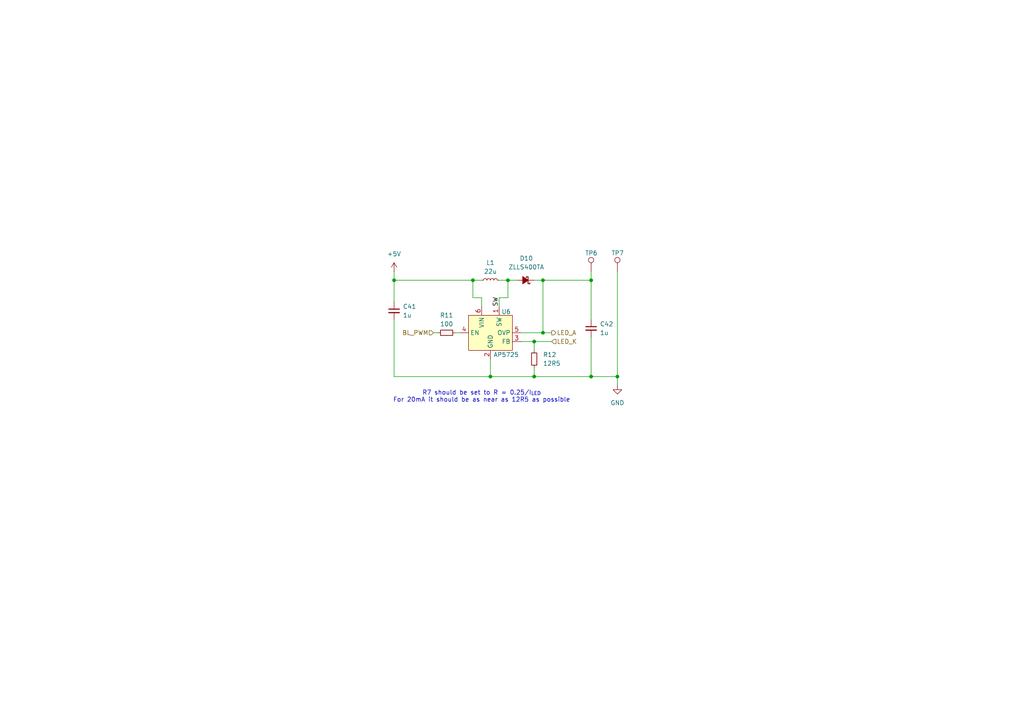
<source format=kicad_sch>
(kicad_sch
	(version 20231120)
	(generator "eeschema")
	(generator_version "8.0")
	(uuid "63e3a659-9768-4c77-aa23-9d87da9e7063")
	(paper "A4")
	(title_block
		(title "Backlight Driver")
		(date "2024-03-11")
		(rev "1")
		(company "https://github.com/Cuprum77")
	)
	(lib_symbols
		(symbol "AP5725:AP5725"
			(exclude_from_sim no)
			(in_bom yes)
			(on_board yes)
			(property "Reference" "U"
				(at 0 9.398 0)
				(effects
					(font
						(size 1.27 1.27)
					)
				)
			)
			(property "Value" "AP5725"
				(at 4.572 -6.604 0)
				(effects
					(font
						(size 1.27 1.27)
					)
				)
			)
			(property "Footprint" "Package_TO_SOT_SMD:SOT-23-6"
				(at -0.254 -13.97 0)
				(effects
					(font
						(size 1.27 1.27)
					)
				)
			)
			(property "Datasheet" ""
				(at 0 3.81 0)
				(effects
					(font
						(size 1.27 1.27)
					)
					(hide yes)
				)
			)
			(property "Description" ""
				(at 0 3.81 0)
				(effects
					(font
						(size 1.27 1.27)
					)
					(hide yes)
				)
			)
			(symbol "AP5725_1_1"
				(rectangle
					(start -6.35 5.08)
					(end 6.35 -5.08)
					(stroke
						(width 0)
						(type default)
					)
					(fill
						(type background)
					)
				)
				(pin input line
					(at 2.54 7.62 270)
					(length 2.54)
					(name "SW"
						(effects
							(font
								(size 1.27 1.27)
							)
						)
					)
					(number "1"
						(effects
							(font
								(size 1.27 1.27)
							)
						)
					)
				)
				(pin input line
					(at 0 -7.62 90)
					(length 2.54)
					(name "GND"
						(effects
							(font
								(size 1.27 1.27)
							)
						)
					)
					(number "2"
						(effects
							(font
								(size 1.27 1.27)
							)
						)
					)
				)
				(pin input line
					(at 8.89 -2.54 180)
					(length 2.54)
					(name "FB"
						(effects
							(font
								(size 1.27 1.27)
							)
						)
					)
					(number "3"
						(effects
							(font
								(size 1.27 1.27)
							)
						)
					)
				)
				(pin input line
					(at -8.89 0 0)
					(length 2.54)
					(name "EN"
						(effects
							(font
								(size 1.27 1.27)
							)
						)
					)
					(number "4"
						(effects
							(font
								(size 1.27 1.27)
							)
						)
					)
				)
				(pin input line
					(at 8.89 0 180)
					(length 2.54)
					(name "OVP"
						(effects
							(font
								(size 1.27 1.27)
							)
						)
					)
					(number "5"
						(effects
							(font
								(size 1.27 1.27)
							)
						)
					)
				)
				(pin input line
					(at -2.54 7.62 270)
					(length 2.54)
					(name "VIN"
						(effects
							(font
								(size 1.27 1.27)
							)
						)
					)
					(number "6"
						(effects
							(font
								(size 1.27 1.27)
							)
						)
					)
				)
			)
		)
		(symbol "Connector:TestPoint"
			(pin_numbers hide)
			(pin_names
				(offset 0.762) hide)
			(exclude_from_sim no)
			(in_bom yes)
			(on_board yes)
			(property "Reference" "TP"
				(at 0 6.858 0)
				(effects
					(font
						(size 1.27 1.27)
					)
				)
			)
			(property "Value" "TestPoint"
				(at 0 5.08 0)
				(effects
					(font
						(size 1.27 1.27)
					)
				)
			)
			(property "Footprint" ""
				(at 5.08 0 0)
				(effects
					(font
						(size 1.27 1.27)
					)
					(hide yes)
				)
			)
			(property "Datasheet" "~"
				(at 5.08 0 0)
				(effects
					(font
						(size 1.27 1.27)
					)
					(hide yes)
				)
			)
			(property "Description" "test point"
				(at 0 0 0)
				(effects
					(font
						(size 1.27 1.27)
					)
					(hide yes)
				)
			)
			(property "ki_keywords" "test point tp"
				(at 0 0 0)
				(effects
					(font
						(size 1.27 1.27)
					)
					(hide yes)
				)
			)
			(property "ki_fp_filters" "Pin* Test*"
				(at 0 0 0)
				(effects
					(font
						(size 1.27 1.27)
					)
					(hide yes)
				)
			)
			(symbol "TestPoint_0_1"
				(circle
					(center 0 3.302)
					(radius 0.762)
					(stroke
						(width 0)
						(type default)
					)
					(fill
						(type none)
					)
				)
			)
			(symbol "TestPoint_1_1"
				(pin passive line
					(at 0 0 90)
					(length 2.54)
					(name "1"
						(effects
							(font
								(size 1.27 1.27)
							)
						)
					)
					(number "1"
						(effects
							(font
								(size 1.27 1.27)
							)
						)
					)
				)
			)
		)
		(symbol "Device:C_Small"
			(pin_numbers hide)
			(pin_names
				(offset 0.254) hide)
			(exclude_from_sim no)
			(in_bom yes)
			(on_board yes)
			(property "Reference" "C"
				(at 0.254 1.778 0)
				(effects
					(font
						(size 1.27 1.27)
					)
					(justify left)
				)
			)
			(property "Value" "C_Small"
				(at 0.254 -2.032 0)
				(effects
					(font
						(size 1.27 1.27)
					)
					(justify left)
				)
			)
			(property "Footprint" ""
				(at 0 0 0)
				(effects
					(font
						(size 1.27 1.27)
					)
					(hide yes)
				)
			)
			(property "Datasheet" "~"
				(at 0 0 0)
				(effects
					(font
						(size 1.27 1.27)
					)
					(hide yes)
				)
			)
			(property "Description" "Unpolarized capacitor, small symbol"
				(at 0 0 0)
				(effects
					(font
						(size 1.27 1.27)
					)
					(hide yes)
				)
			)
			(property "ki_keywords" "capacitor cap"
				(at 0 0 0)
				(effects
					(font
						(size 1.27 1.27)
					)
					(hide yes)
				)
			)
			(property "ki_fp_filters" "C_*"
				(at 0 0 0)
				(effects
					(font
						(size 1.27 1.27)
					)
					(hide yes)
				)
			)
			(symbol "C_Small_0_1"
				(polyline
					(pts
						(xy -1.524 -0.508) (xy 1.524 -0.508)
					)
					(stroke
						(width 0.3302)
						(type default)
					)
					(fill
						(type none)
					)
				)
				(polyline
					(pts
						(xy -1.524 0.508) (xy 1.524 0.508)
					)
					(stroke
						(width 0.3048)
						(type default)
					)
					(fill
						(type none)
					)
				)
			)
			(symbol "C_Small_1_1"
				(pin passive line
					(at 0 2.54 270)
					(length 2.032)
					(name "~"
						(effects
							(font
								(size 1.27 1.27)
							)
						)
					)
					(number "1"
						(effects
							(font
								(size 1.27 1.27)
							)
						)
					)
				)
				(pin passive line
					(at 0 -2.54 90)
					(length 2.032)
					(name "~"
						(effects
							(font
								(size 1.27 1.27)
							)
						)
					)
					(number "2"
						(effects
							(font
								(size 1.27 1.27)
							)
						)
					)
				)
			)
		)
		(symbol "Device:D_Schottky_Small_Filled"
			(pin_numbers hide)
			(pin_names
				(offset 0.254) hide)
			(exclude_from_sim no)
			(in_bom yes)
			(on_board yes)
			(property "Reference" "D"
				(at -1.27 2.032 0)
				(effects
					(font
						(size 1.27 1.27)
					)
					(justify left)
				)
			)
			(property "Value" "D_Schottky_Small_Filled"
				(at -7.112 -2.032 0)
				(effects
					(font
						(size 1.27 1.27)
					)
					(justify left)
				)
			)
			(property "Footprint" ""
				(at 0 0 90)
				(effects
					(font
						(size 1.27 1.27)
					)
					(hide yes)
				)
			)
			(property "Datasheet" "~"
				(at 0 0 90)
				(effects
					(font
						(size 1.27 1.27)
					)
					(hide yes)
				)
			)
			(property "Description" "Schottky diode, small symbol, filled shape"
				(at 0 0 0)
				(effects
					(font
						(size 1.27 1.27)
					)
					(hide yes)
				)
			)
			(property "ki_keywords" "diode Schottky"
				(at 0 0 0)
				(effects
					(font
						(size 1.27 1.27)
					)
					(hide yes)
				)
			)
			(property "ki_fp_filters" "TO-???* *_Diode_* *SingleDiode* D_*"
				(at 0 0 0)
				(effects
					(font
						(size 1.27 1.27)
					)
					(hide yes)
				)
			)
			(symbol "D_Schottky_Small_Filled_0_1"
				(polyline
					(pts
						(xy -0.762 0) (xy 0.762 0)
					)
					(stroke
						(width 0)
						(type default)
					)
					(fill
						(type none)
					)
				)
				(polyline
					(pts
						(xy 0.762 -1.016) (xy -0.762 0) (xy 0.762 1.016) (xy 0.762 -1.016)
					)
					(stroke
						(width 0.254)
						(type default)
					)
					(fill
						(type outline)
					)
				)
				(polyline
					(pts
						(xy -1.27 0.762) (xy -1.27 1.016) (xy -0.762 1.016) (xy -0.762 -1.016) (xy -0.254 -1.016) (xy -0.254 -0.762)
					)
					(stroke
						(width 0.254)
						(type default)
					)
					(fill
						(type none)
					)
				)
			)
			(symbol "D_Schottky_Small_Filled_1_1"
				(pin passive line
					(at -2.54 0 0)
					(length 1.778)
					(name "K"
						(effects
							(font
								(size 1.27 1.27)
							)
						)
					)
					(number "1"
						(effects
							(font
								(size 1.27 1.27)
							)
						)
					)
				)
				(pin passive line
					(at 2.54 0 180)
					(length 1.778)
					(name "A"
						(effects
							(font
								(size 1.27 1.27)
							)
						)
					)
					(number "2"
						(effects
							(font
								(size 1.27 1.27)
							)
						)
					)
				)
			)
		)
		(symbol "Device:L_Small"
			(pin_numbers hide)
			(pin_names
				(offset 0.254) hide)
			(exclude_from_sim no)
			(in_bom yes)
			(on_board yes)
			(property "Reference" "L"
				(at 0.762 1.016 0)
				(effects
					(font
						(size 1.27 1.27)
					)
					(justify left)
				)
			)
			(property "Value" "L_Small"
				(at 0.762 -1.016 0)
				(effects
					(font
						(size 1.27 1.27)
					)
					(justify left)
				)
			)
			(property "Footprint" ""
				(at 0 0 0)
				(effects
					(font
						(size 1.27 1.27)
					)
					(hide yes)
				)
			)
			(property "Datasheet" "~"
				(at 0 0 0)
				(effects
					(font
						(size 1.27 1.27)
					)
					(hide yes)
				)
			)
			(property "Description" "Inductor, small symbol"
				(at 0 0 0)
				(effects
					(font
						(size 1.27 1.27)
					)
					(hide yes)
				)
			)
			(property "ki_keywords" "inductor choke coil reactor magnetic"
				(at 0 0 0)
				(effects
					(font
						(size 1.27 1.27)
					)
					(hide yes)
				)
			)
			(property "ki_fp_filters" "Choke_* *Coil* Inductor_* L_*"
				(at 0 0 0)
				(effects
					(font
						(size 1.27 1.27)
					)
					(hide yes)
				)
			)
			(symbol "L_Small_0_1"
				(arc
					(start 0 -2.032)
					(mid 0.5058 -1.524)
					(end 0 -1.016)
					(stroke
						(width 0)
						(type default)
					)
					(fill
						(type none)
					)
				)
				(arc
					(start 0 -1.016)
					(mid 0.5058 -0.508)
					(end 0 0)
					(stroke
						(width 0)
						(type default)
					)
					(fill
						(type none)
					)
				)
				(arc
					(start 0 0)
					(mid 0.5058 0.508)
					(end 0 1.016)
					(stroke
						(width 0)
						(type default)
					)
					(fill
						(type none)
					)
				)
				(arc
					(start 0 1.016)
					(mid 0.5058 1.524)
					(end 0 2.032)
					(stroke
						(width 0)
						(type default)
					)
					(fill
						(type none)
					)
				)
			)
			(symbol "L_Small_1_1"
				(pin passive line
					(at 0 2.54 270)
					(length 0.508)
					(name "~"
						(effects
							(font
								(size 1.27 1.27)
							)
						)
					)
					(number "1"
						(effects
							(font
								(size 1.27 1.27)
							)
						)
					)
				)
				(pin passive line
					(at 0 -2.54 90)
					(length 0.508)
					(name "~"
						(effects
							(font
								(size 1.27 1.27)
							)
						)
					)
					(number "2"
						(effects
							(font
								(size 1.27 1.27)
							)
						)
					)
				)
			)
		)
		(symbol "Device:R_Small"
			(pin_numbers hide)
			(pin_names
				(offset 0.254) hide)
			(exclude_from_sim no)
			(in_bom yes)
			(on_board yes)
			(property "Reference" "R"
				(at 0.762 0.508 0)
				(effects
					(font
						(size 1.27 1.27)
					)
					(justify left)
				)
			)
			(property "Value" "R_Small"
				(at 0.762 -1.016 0)
				(effects
					(font
						(size 1.27 1.27)
					)
					(justify left)
				)
			)
			(property "Footprint" ""
				(at 0 0 0)
				(effects
					(font
						(size 1.27 1.27)
					)
					(hide yes)
				)
			)
			(property "Datasheet" "~"
				(at 0 0 0)
				(effects
					(font
						(size 1.27 1.27)
					)
					(hide yes)
				)
			)
			(property "Description" "Resistor, small symbol"
				(at 0 0 0)
				(effects
					(font
						(size 1.27 1.27)
					)
					(hide yes)
				)
			)
			(property "ki_keywords" "R resistor"
				(at 0 0 0)
				(effects
					(font
						(size 1.27 1.27)
					)
					(hide yes)
				)
			)
			(property "ki_fp_filters" "R_*"
				(at 0 0 0)
				(effects
					(font
						(size 1.27 1.27)
					)
					(hide yes)
				)
			)
			(symbol "R_Small_0_1"
				(rectangle
					(start -0.762 1.778)
					(end 0.762 -1.778)
					(stroke
						(width 0.2032)
						(type default)
					)
					(fill
						(type none)
					)
				)
			)
			(symbol "R_Small_1_1"
				(pin passive line
					(at 0 2.54 270)
					(length 0.762)
					(name "~"
						(effects
							(font
								(size 1.27 1.27)
							)
						)
					)
					(number "1"
						(effects
							(font
								(size 1.27 1.27)
							)
						)
					)
				)
				(pin passive line
					(at 0 -2.54 90)
					(length 0.762)
					(name "~"
						(effects
							(font
								(size 1.27 1.27)
							)
						)
					)
					(number "2"
						(effects
							(font
								(size 1.27 1.27)
							)
						)
					)
				)
			)
		)
		(symbol "PCM_4ms_Power-symbol:GND"
			(power)
			(pin_names
				(offset 0)
			)
			(exclude_from_sim no)
			(in_bom yes)
			(on_board yes)
			(property "Reference" "#PWR"
				(at 0 -6.35 0)
				(effects
					(font
						(size 1.27 1.27)
					)
					(hide yes)
				)
			)
			(property "Value" "GND"
				(at 0 -3.81 0)
				(effects
					(font
						(size 1.27 1.27)
					)
				)
			)
			(property "Footprint" ""
				(at 0 0 0)
				(effects
					(font
						(size 1.27 1.27)
					)
					(hide yes)
				)
			)
			(property "Datasheet" ""
				(at 0 0 0)
				(effects
					(font
						(size 1.27 1.27)
					)
					(hide yes)
				)
			)
			(property "Description" ""
				(at 0 0 0)
				(effects
					(font
						(size 1.27 1.27)
					)
					(hide yes)
				)
			)
			(symbol "GND_0_1"
				(polyline
					(pts
						(xy 0 0) (xy 0 -1.27) (xy 1.27 -1.27) (xy 0 -2.54) (xy -1.27 -1.27) (xy 0 -1.27)
					)
					(stroke
						(width 0)
						(type default)
					)
					(fill
						(type none)
					)
				)
			)
			(symbol "GND_1_1"
				(pin power_in line
					(at 0 0 270)
					(length 0) hide
					(name "GND"
						(effects
							(font
								(size 1.27 1.27)
							)
						)
					)
					(number "1"
						(effects
							(font
								(size 1.27 1.27)
							)
						)
					)
				)
			)
		)
		(symbol "power:+5V"
			(power)
			(pin_numbers hide)
			(pin_names
				(offset 0) hide)
			(exclude_from_sim no)
			(in_bom yes)
			(on_board yes)
			(property "Reference" "#PWR"
				(at 0 -3.81 0)
				(effects
					(font
						(size 1.27 1.27)
					)
					(hide yes)
				)
			)
			(property "Value" "+5V"
				(at 0 3.556 0)
				(effects
					(font
						(size 1.27 1.27)
					)
				)
			)
			(property "Footprint" ""
				(at 0 0 0)
				(effects
					(font
						(size 1.27 1.27)
					)
					(hide yes)
				)
			)
			(property "Datasheet" ""
				(at 0 0 0)
				(effects
					(font
						(size 1.27 1.27)
					)
					(hide yes)
				)
			)
			(property "Description" "Power symbol creates a global label with name \"+5V\""
				(at 0 0 0)
				(effects
					(font
						(size 1.27 1.27)
					)
					(hide yes)
				)
			)
			(property "ki_keywords" "global power"
				(at 0 0 0)
				(effects
					(font
						(size 1.27 1.27)
					)
					(hide yes)
				)
			)
			(symbol "+5V_0_1"
				(polyline
					(pts
						(xy -0.762 1.27) (xy 0 2.54)
					)
					(stroke
						(width 0)
						(type default)
					)
					(fill
						(type none)
					)
				)
				(polyline
					(pts
						(xy 0 0) (xy 0 2.54)
					)
					(stroke
						(width 0)
						(type default)
					)
					(fill
						(type none)
					)
				)
				(polyline
					(pts
						(xy 0 2.54) (xy 0.762 1.27)
					)
					(stroke
						(width 0)
						(type default)
					)
					(fill
						(type none)
					)
				)
			)
			(symbol "+5V_1_1"
				(pin power_in line
					(at 0 0 90)
					(length 0)
					(name "~"
						(effects
							(font
								(size 1.27 1.27)
							)
						)
					)
					(number "1"
						(effects
							(font
								(size 1.27 1.27)
							)
						)
					)
				)
			)
		)
	)
	(junction
		(at 114.3 81.28)
		(diameter 0)
		(color 0 0 0 0)
		(uuid "1513c9ae-922b-4d6f-8b97-11b62d0d4c0d")
	)
	(junction
		(at 157.48 81.28)
		(diameter 0)
		(color 0 0 0 0)
		(uuid "230d09a8-5c0a-4f60-a09f-ff7556adc2ab")
	)
	(junction
		(at 154.94 109.22)
		(diameter 0)
		(color 0 0 0 0)
		(uuid "5cf6068b-d528-41eb-adf3-dcefec4a5757")
	)
	(junction
		(at 171.45 109.22)
		(diameter 0)
		(color 0 0 0 0)
		(uuid "69859819-e2de-486e-8d26-6e82c36b2e6b")
	)
	(junction
		(at 179.07 109.22)
		(diameter 0)
		(color 0 0 0 0)
		(uuid "93142d49-b15d-4a0c-9d80-908e542c9d04")
	)
	(junction
		(at 157.48 96.52)
		(diameter 0)
		(color 0 0 0 0)
		(uuid "949534c2-5a04-4537-8086-35bc55d5e65e")
	)
	(junction
		(at 147.32 81.28)
		(diameter 0)
		(color 0 0 0 0)
		(uuid "b193d46e-d50c-4cb8-9681-dea5843fe23a")
	)
	(junction
		(at 171.45 81.28)
		(diameter 0)
		(color 0 0 0 0)
		(uuid "b7c79b63-8601-47a6-a035-40760ef0732c")
	)
	(junction
		(at 154.94 99.06)
		(diameter 0)
		(color 0 0 0 0)
		(uuid "bd2e2e28-2e03-414f-907b-668cb4ca3582")
	)
	(junction
		(at 142.24 109.22)
		(diameter 0)
		(color 0 0 0 0)
		(uuid "dc939f5d-79a7-49ee-ab4d-c7ef86524887")
	)
	(junction
		(at 137.16 81.28)
		(diameter 0)
		(color 0 0 0 0)
		(uuid "e5c80ec2-2e0a-42fe-8d6f-616772acd164")
	)
	(wire
		(pts
			(xy 114.3 81.28) (xy 137.16 81.28)
		)
		(stroke
			(width 0)
			(type default)
		)
		(uuid "036b8537-42c6-4a31-9843-9230d6835b43")
	)
	(wire
		(pts
			(xy 144.78 81.28) (xy 147.32 81.28)
		)
		(stroke
			(width 0)
			(type default)
		)
		(uuid "0d3e56fe-7331-4dbe-bd79-89184f891965")
	)
	(wire
		(pts
			(xy 147.32 81.28) (xy 149.86 81.28)
		)
		(stroke
			(width 0)
			(type default)
		)
		(uuid "214e961e-9e23-4518-969b-6416295bcc5a")
	)
	(wire
		(pts
			(xy 157.48 81.28) (xy 154.94 81.28)
		)
		(stroke
			(width 0)
			(type default)
		)
		(uuid "27ca9590-ef0e-4a30-9a6e-5fcb11b4b033")
	)
	(wire
		(pts
			(xy 142.24 109.22) (xy 154.94 109.22)
		)
		(stroke
			(width 0)
			(type default)
		)
		(uuid "2adfa350-a7d1-4146-bda2-954c0b74756e")
	)
	(wire
		(pts
			(xy 125.73 96.52) (xy 127 96.52)
		)
		(stroke
			(width 0)
			(type default)
		)
		(uuid "48938cca-de3b-41d1-b3d6-72ea45f25a5b")
	)
	(wire
		(pts
			(xy 137.16 86.36) (xy 137.16 81.28)
		)
		(stroke
			(width 0)
			(type default)
		)
		(uuid "5833e4a1-bbc6-4f38-8aaa-2ac4c47f99ef")
	)
	(wire
		(pts
			(xy 142.24 104.14) (xy 142.24 109.22)
		)
		(stroke
			(width 0)
			(type default)
		)
		(uuid "6228df9a-91e6-4abb-90b1-a35b699e2cd4")
	)
	(wire
		(pts
			(xy 179.07 111.76) (xy 179.07 109.22)
		)
		(stroke
			(width 0)
			(type default)
		)
		(uuid "72c6ca9e-609d-40f6-9568-f81ef0dc09da")
	)
	(wire
		(pts
			(xy 114.3 78.74) (xy 114.3 81.28)
		)
		(stroke
			(width 0)
			(type default)
		)
		(uuid "7b31efd3-473f-49b4-b191-edbc52e6e3cd")
	)
	(wire
		(pts
			(xy 154.94 99.06) (xy 151.13 99.06)
		)
		(stroke
			(width 0)
			(type default)
		)
		(uuid "7f4bd00e-ce8e-4b47-bdd2-26d56cdbb269")
	)
	(wire
		(pts
			(xy 171.45 92.71) (xy 171.45 81.28)
		)
		(stroke
			(width 0)
			(type default)
		)
		(uuid "8f17dec1-8872-4545-abee-4bbe97e28fab")
	)
	(wire
		(pts
			(xy 114.3 92.71) (xy 114.3 109.22)
		)
		(stroke
			(width 0)
			(type default)
		)
		(uuid "931c9f47-7e18-4dfc-8a7a-e8cc641d1639")
	)
	(wire
		(pts
			(xy 139.7 88.9) (xy 139.7 86.36)
		)
		(stroke
			(width 0)
			(type default)
		)
		(uuid "93b22422-7d68-4d9d-882c-1abe65151690")
	)
	(wire
		(pts
			(xy 157.48 96.52) (xy 160.02 96.52)
		)
		(stroke
			(width 0)
			(type default)
		)
		(uuid "9da82c2b-003e-473b-a4b6-6054975cdd55")
	)
	(wire
		(pts
			(xy 147.32 86.36) (xy 147.32 81.28)
		)
		(stroke
			(width 0)
			(type default)
		)
		(uuid "9e3c0f79-d480-4896-b9f8-a70396aa7775")
	)
	(wire
		(pts
			(xy 154.94 106.68) (xy 154.94 109.22)
		)
		(stroke
			(width 0)
			(type default)
		)
		(uuid "9f9002c9-34dd-4616-809b-4ce997ef3933")
	)
	(wire
		(pts
			(xy 157.48 81.28) (xy 171.45 81.28)
		)
		(stroke
			(width 0)
			(type default)
		)
		(uuid "a46bd288-6669-416c-88a7-5fc2b17adad4")
	)
	(wire
		(pts
			(xy 132.08 96.52) (xy 133.35 96.52)
		)
		(stroke
			(width 0)
			(type default)
		)
		(uuid "aa46af6b-c2be-40fb-b7c7-99a52deedd8d")
	)
	(wire
		(pts
			(xy 171.45 109.22) (xy 154.94 109.22)
		)
		(stroke
			(width 0)
			(type default)
		)
		(uuid "ab26a004-d006-4869-9882-dbdb6b715aa7")
	)
	(wire
		(pts
			(xy 171.45 97.79) (xy 171.45 109.22)
		)
		(stroke
			(width 0)
			(type default)
		)
		(uuid "aee0ae3c-3f9d-4e46-bf90-26420111beff")
	)
	(wire
		(pts
			(xy 144.78 88.9) (xy 144.78 86.36)
		)
		(stroke
			(width 0)
			(type default)
		)
		(uuid "b1187de0-4b72-434f-bc7f-f5ccfea1c0ed")
	)
	(wire
		(pts
			(xy 171.45 78.74) (xy 171.45 81.28)
		)
		(stroke
			(width 0)
			(type default)
		)
		(uuid "b12ced7a-e5e3-4966-9c85-82e50df60d13")
	)
	(wire
		(pts
			(xy 151.13 96.52) (xy 157.48 96.52)
		)
		(stroke
			(width 0)
			(type default)
		)
		(uuid "bb6f0e5f-885b-42ca-b829-3445ef661b9b")
	)
	(wire
		(pts
			(xy 179.07 78.74) (xy 179.07 109.22)
		)
		(stroke
			(width 0)
			(type default)
		)
		(uuid "c0bb7a1e-0940-402b-943d-33622004acfb")
	)
	(wire
		(pts
			(xy 114.3 109.22) (xy 142.24 109.22)
		)
		(stroke
			(width 0)
			(type default)
		)
		(uuid "c7e30b00-e0d0-4f15-adae-7f68be0b506d")
	)
	(wire
		(pts
			(xy 144.78 86.36) (xy 147.32 86.36)
		)
		(stroke
			(width 0)
			(type default)
		)
		(uuid "ca033150-f646-42cc-9e38-0ada4bcafcbb")
	)
	(wire
		(pts
			(xy 179.07 109.22) (xy 171.45 109.22)
		)
		(stroke
			(width 0)
			(type default)
		)
		(uuid "ccf7c145-f8d7-4f80-8ce8-8a6a03f6e0e1")
	)
	(wire
		(pts
			(xy 137.16 81.28) (xy 139.7 81.28)
		)
		(stroke
			(width 0)
			(type default)
		)
		(uuid "cdf0da74-2953-47a1-bc62-caa6e01ada0b")
	)
	(wire
		(pts
			(xy 157.48 96.52) (xy 157.48 81.28)
		)
		(stroke
			(width 0)
			(type default)
		)
		(uuid "d41dea23-e77e-40c8-8aab-cf9505c9c96b")
	)
	(wire
		(pts
			(xy 139.7 86.36) (xy 137.16 86.36)
		)
		(stroke
			(width 0)
			(type default)
		)
		(uuid "e4e12c91-2804-479d-9252-55e70afdf123")
	)
	(wire
		(pts
			(xy 114.3 81.28) (xy 114.3 87.63)
		)
		(stroke
			(width 0)
			(type default)
		)
		(uuid "e943ba7b-d6fe-4e34-b79c-5782da77e52e")
	)
	(wire
		(pts
			(xy 154.94 101.6) (xy 154.94 99.06)
		)
		(stroke
			(width 0)
			(type default)
		)
		(uuid "ef60f91d-e7b5-4174-a149-11c9b99e5775")
	)
	(wire
		(pts
			(xy 154.94 99.06) (xy 160.02 99.06)
		)
		(stroke
			(width 0)
			(type default)
		)
		(uuid "f84d66c5-26bc-4030-83d5-baff91da6971")
	)
	(text "R7 should be set to R = 0.25/I_{LED}\nFor 20mA it should be as near as 12R5 as possible"
		(exclude_from_sim no)
		(at 139.7 115.062 0)
		(effects
			(font
				(size 1.27 1.27)
			)
		)
		(uuid "da9adb89-2de7-46f2-a29d-2c4dc69678a6")
	)
	(label "SW"
		(at 144.78 88.9 90)
		(fields_autoplaced yes)
		(effects
			(font
				(size 1.27 1.27)
			)
			(justify left bottom)
		)
		(uuid "9f27dfbb-b268-4d7d-a1ce-d441ab45bff0")
	)
	(hierarchical_label "LED_A"
		(shape output)
		(at 160.02 96.52 0)
		(fields_autoplaced yes)
		(effects
			(font
				(size 1.27 1.27)
			)
			(justify left)
		)
		(uuid "1de03b49-c43a-454f-8a8e-d25acd5cabcd")
	)
	(hierarchical_label "BL_PWM"
		(shape input)
		(at 125.73 96.52 180)
		(fields_autoplaced yes)
		(effects
			(font
				(size 1.27 1.27)
			)
			(justify right)
		)
		(uuid "592216be-4fbb-42d6-81ba-e136aeec1ac3")
	)
	(hierarchical_label "LED_K"
		(shape input)
		(at 160.02 99.06 0)
		(fields_autoplaced yes)
		(effects
			(font
				(size 1.27 1.27)
			)
			(justify left)
		)
		(uuid "8e6f4fb9-14f4-47b9-a700-a4b1f54ce52c")
	)
	(symbol
		(lib_id "PCM_4ms_Power-symbol:GND")
		(at 336.55 210.82 0)
		(unit 1)
		(exclude_from_sim no)
		(in_bom yes)
		(on_board yes)
		(dnp no)
		(fields_autoplaced yes)
		(uuid "0ef9b3ce-ed87-4582-8300-ca089c21b7e0")
		(property "Reference" "#PWR048"
			(at 336.55 217.17 0)
			(effects
				(font
					(size 1.27 1.27)
				)
				(hide yes)
			)
		)
		(property "Value" "GND"
			(at 336.55 215.9 0)
			(effects
				(font
					(size 1.27 1.27)
				)
			)
		)
		(property "Footprint" ""
			(at 336.55 210.82 0)
			(effects
				(font
					(size 1.27 1.27)
				)
				(hide yes)
			)
		)
		(property "Datasheet" ""
			(at 336.55 210.82 0)
			(effects
				(font
					(size 1.27 1.27)
				)
				(hide yes)
			)
		)
		(property "Description" ""
			(at 336.55 210.82 0)
			(effects
				(font
					(size 1.27 1.27)
				)
				(hide yes)
			)
		)
		(pin "1"
			(uuid "50a18972-6d3c-4283-8190-2f51b163fd32")
		)
		(instances
			(project "integrated_1"
				(path "/5cc60e42-d666-4a43-b4f0-3784ee4bf951/7e4f175d-d60a-4b23-9cf2-ca90d4a48e7e"
					(reference "#PWR048")
					(unit 1)
				)
			)
		)
	)
	(symbol
		(lib_id "Connector:TestPoint")
		(at 179.07 78.74 0)
		(unit 1)
		(exclude_from_sim no)
		(in_bom yes)
		(on_board yes)
		(dnp no)
		(uuid "1b8777b2-e37c-491f-b868-fedef9feca3e")
		(property "Reference" "TP7"
			(at 177.292 73.406 0)
			(effects
				(font
					(size 1.27 1.27)
				)
				(justify left)
			)
		)
		(property "Value" "TestPoint"
			(at 181.61 76.7079 0)
			(effects
				(font
					(size 1.27 1.27)
				)
				(justify left)
				(hide yes)
			)
		)
		(property "Footprint" "TestPoint:TestPoint_Pad_D1.0mm"
			(at 184.15 78.74 0)
			(effects
				(font
					(size 1.27 1.27)
				)
				(hide yes)
			)
		)
		(property "Datasheet" "~"
			(at 184.15 78.74 0)
			(effects
				(font
					(size 1.27 1.27)
				)
				(hide yes)
			)
		)
		(property "Description" "test point"
			(at 179.07 78.74 0)
			(effects
				(font
					(size 1.27 1.27)
				)
				(hide yes)
			)
		)
		(pin "1"
			(uuid "dcc33553-60d5-468b-8524-36d615650301")
		)
		(instances
			(project "integrated_1"
				(path "/5cc60e42-d666-4a43-b4f0-3784ee4bf951/7e4f175d-d60a-4b23-9cf2-ca90d4a48e7e"
					(reference "TP7")
					(unit 1)
				)
			)
		)
	)
	(symbol
		(lib_id "Device:D_Schottky_Small_Filled")
		(at 152.4 81.28 180)
		(unit 1)
		(exclude_from_sim no)
		(in_bom yes)
		(on_board yes)
		(dnp no)
		(fields_autoplaced yes)
		(uuid "3834a761-a24f-4041-bd04-af565df8ef7a")
		(property "Reference" "D10"
			(at 152.654 74.93 0)
			(effects
				(font
					(size 1.27 1.27)
				)
			)
		)
		(property "Value" "ZLLS400TA"
			(at 152.654 77.47 0)
			(effects
				(font
					(size 1.27 1.27)
				)
			)
		)
		(property "Footprint" "Diode_SMD:D_SOD-323"
			(at 152.4 81.28 90)
			(effects
				(font
					(size 1.27 1.27)
				)
				(hide yes)
			)
		)
		(property "Datasheet" "~"
			(at 152.4 81.28 90)
			(effects
				(font
					(size 1.27 1.27)
				)
				(hide yes)
			)
		)
		(property "Description" "Schottky diode, small symbol, filled shape"
			(at 152.4 81.28 0)
			(effects
				(font
					(size 1.27 1.27)
				)
				(hide yes)
			)
		)
		(pin "2"
			(uuid "ca4df150-1d1e-4202-8ad3-bda4b66c6d80")
		)
		(pin "1"
			(uuid "a05e5c50-1008-43b5-bbbe-51cff9d0289b")
		)
		(instances
			(project "integrated_1"
				(path "/5cc60e42-d666-4a43-b4f0-3784ee4bf951/7e4f175d-d60a-4b23-9cf2-ca90d4a48e7e"
					(reference "D10")
					(unit 1)
				)
			)
		)
	)
	(symbol
		(lib_id "Device:C_Small")
		(at 114.3 90.17 0)
		(unit 1)
		(exclude_from_sim no)
		(in_bom yes)
		(on_board yes)
		(dnp no)
		(fields_autoplaced yes)
		(uuid "3993b97f-ce08-48a6-b4cd-24f2dfc04e8f")
		(property "Reference" "C41"
			(at 116.84 88.9062 0)
			(effects
				(font
					(size 1.27 1.27)
				)
				(justify left)
			)
		)
		(property "Value" "1u"
			(at 116.84 91.4462 0)
			(effects
				(font
					(size 1.27 1.27)
				)
				(justify left)
			)
		)
		(property "Footprint" "KiCAD Library:C_0402_1005Metric"
			(at 114.3 90.17 0)
			(effects
				(font
					(size 1.27 1.27)
				)
				(hide yes)
			)
		)
		(property "Datasheet" "~"
			(at 114.3 90.17 0)
			(effects
				(font
					(size 1.27 1.27)
				)
				(hide yes)
			)
		)
		(property "Description" "Unpolarized capacitor, small symbol"
			(at 114.3 90.17 0)
			(effects
				(font
					(size 1.27 1.27)
				)
				(hide yes)
			)
		)
		(pin "1"
			(uuid "8b5f359a-e317-4331-b44b-e6e39d0ae6f2")
		)
		(pin "2"
			(uuid "4487250c-fbc4-477f-adf1-525b2ac568c7")
		)
		(instances
			(project "integrated_1"
				(path "/5cc60e42-d666-4a43-b4f0-3784ee4bf951/7e4f175d-d60a-4b23-9cf2-ca90d4a48e7e"
					(reference "C41")
					(unit 1)
				)
			)
		)
	)
	(symbol
		(lib_id "Device:R_Small")
		(at 154.94 104.14 0)
		(unit 1)
		(exclude_from_sim no)
		(in_bom yes)
		(on_board yes)
		(dnp no)
		(fields_autoplaced yes)
		(uuid "49c1166e-9255-4288-94c0-d7db4d2e56ef")
		(property "Reference" "R12"
			(at 157.48 102.8699 0)
			(effects
				(font
					(size 1.27 1.27)
				)
				(justify left)
			)
		)
		(property "Value" "12R5"
			(at 157.48 105.4099 0)
			(effects
				(font
					(size 1.27 1.27)
				)
				(justify left)
			)
		)
		(property "Footprint" "KiCAD Library:R_0603_1608Metric"
			(at 154.94 104.14 0)
			(effects
				(font
					(size 1.27 1.27)
				)
				(hide yes)
			)
		)
		(property "Datasheet" "~"
			(at 154.94 104.14 0)
			(effects
				(font
					(size 1.27 1.27)
				)
				(hide yes)
			)
		)
		(property "Description" "Resistor, small symbol"
			(at 154.94 104.14 0)
			(effects
				(font
					(size 1.27 1.27)
				)
				(hide yes)
			)
		)
		(pin "2"
			(uuid "f5829905-f8dd-4749-b8ad-1798c3d0208d")
		)
		(pin "1"
			(uuid "31ddd7e5-3a9e-4b77-98cc-bc75e45eddec")
		)
		(instances
			(project "integrated_1"
				(path "/5cc60e42-d666-4a43-b4f0-3784ee4bf951/7e4f175d-d60a-4b23-9cf2-ca90d4a48e7e"
					(reference "R12")
					(unit 1)
				)
			)
		)
	)
	(symbol
		(lib_id "Device:R_Small")
		(at 129.54 96.52 90)
		(unit 1)
		(exclude_from_sim no)
		(in_bom yes)
		(on_board yes)
		(dnp no)
		(fields_autoplaced yes)
		(uuid "514e77ed-91c3-44da-a13e-62a6a4314d3a")
		(property "Reference" "R11"
			(at 129.54 91.44 90)
			(effects
				(font
					(size 1.27 1.27)
				)
			)
		)
		(property "Value" "100"
			(at 129.54 93.98 90)
			(effects
				(font
					(size 1.27 1.27)
				)
			)
		)
		(property "Footprint" "KiCAD Library:R_0402_1005Metric"
			(at 129.54 96.52 0)
			(effects
				(font
					(size 1.27 1.27)
				)
				(hide yes)
			)
		)
		(property "Datasheet" "~"
			(at 129.54 96.52 0)
			(effects
				(font
					(size 1.27 1.27)
				)
				(hide yes)
			)
		)
		(property "Description" "Resistor, small symbol"
			(at 129.54 96.52 0)
			(effects
				(font
					(size 1.27 1.27)
				)
				(hide yes)
			)
		)
		(pin "2"
			(uuid "e39602da-c221-44d7-84c2-66622339d8c9")
		)
		(pin "1"
			(uuid "87a35b8e-3712-4854-89a8-fa60e8b36f69")
		)
		(instances
			(project "integrated_1"
				(path "/5cc60e42-d666-4a43-b4f0-3784ee4bf951/7e4f175d-d60a-4b23-9cf2-ca90d4a48e7e"
					(reference "R11")
					(unit 1)
				)
			)
		)
	)
	(symbol
		(lib_id "power:+5V")
		(at 114.3 78.74 0)
		(unit 1)
		(exclude_from_sim no)
		(in_bom yes)
		(on_board yes)
		(dnp no)
		(fields_autoplaced yes)
		(uuid "7d8c7aa9-a063-48a2-9693-64f9223ceb5e")
		(property "Reference" "#PWR046"
			(at 114.3 82.55 0)
			(effects
				(font
					(size 1.27 1.27)
				)
				(hide yes)
			)
		)
		(property "Value" "+5V"
			(at 114.3 73.66 0)
			(effects
				(font
					(size 1.27 1.27)
				)
			)
		)
		(property "Footprint" ""
			(at 114.3 78.74 0)
			(effects
				(font
					(size 1.27 1.27)
				)
				(hide yes)
			)
		)
		(property "Datasheet" ""
			(at 114.3 78.74 0)
			(effects
				(font
					(size 1.27 1.27)
				)
				(hide yes)
			)
		)
		(property "Description" "Power symbol creates a global label with name \"+5V\""
			(at 114.3 78.74 0)
			(effects
				(font
					(size 1.27 1.27)
				)
				(hide yes)
			)
		)
		(pin "1"
			(uuid "ea898146-d87d-4536-8b4b-1336c5eb9b96")
		)
		(instances
			(project "integrated_1"
				(path "/5cc60e42-d666-4a43-b4f0-3784ee4bf951/7e4f175d-d60a-4b23-9cf2-ca90d4a48e7e"
					(reference "#PWR046")
					(unit 1)
				)
			)
		)
	)
	(symbol
		(lib_id "PCM_4ms_Power-symbol:GND")
		(at 179.07 111.76 0)
		(unit 1)
		(exclude_from_sim no)
		(in_bom yes)
		(on_board yes)
		(dnp no)
		(fields_autoplaced yes)
		(uuid "a96b2ec7-742d-4f8b-8c04-2e8f1d98b138")
		(property "Reference" "#PWR047"
			(at 179.07 118.11 0)
			(effects
				(font
					(size 1.27 1.27)
				)
				(hide yes)
			)
		)
		(property "Value" "GND"
			(at 179.07 116.84 0)
			(effects
				(font
					(size 1.27 1.27)
				)
			)
		)
		(property "Footprint" ""
			(at 179.07 111.76 0)
			(effects
				(font
					(size 1.27 1.27)
				)
				(hide yes)
			)
		)
		(property "Datasheet" ""
			(at 179.07 111.76 0)
			(effects
				(font
					(size 1.27 1.27)
				)
				(hide yes)
			)
		)
		(property "Description" ""
			(at 179.07 111.76 0)
			(effects
				(font
					(size 1.27 1.27)
				)
				(hide yes)
			)
		)
		(pin "1"
			(uuid "1b76a26d-5a3a-49eb-81d5-7a0115e3683c")
		)
		(instances
			(project "integrated_1"
				(path "/5cc60e42-d666-4a43-b4f0-3784ee4bf951/7e4f175d-d60a-4b23-9cf2-ca90d4a48e7e"
					(reference "#PWR047")
					(unit 1)
				)
			)
		)
	)
	(symbol
		(lib_id "Device:L_Small")
		(at 142.24 81.28 90)
		(unit 1)
		(exclude_from_sim no)
		(in_bom yes)
		(on_board yes)
		(dnp no)
		(fields_autoplaced yes)
		(uuid "b1772271-1089-48bd-b9b0-c37f8f4b7d0d")
		(property "Reference" "L1"
			(at 142.24 76.2 90)
			(effects
				(font
					(size 1.27 1.27)
				)
			)
		)
		(property "Value" "22u"
			(at 142.24 78.74 90)
			(effects
				(font
					(size 1.27 1.27)
				)
			)
		)
		(property "Footprint" "KiCAD Library:XRNR4012"
			(at 142.24 81.28 0)
			(effects
				(font
					(size 1.27 1.27)
				)
				(hide yes)
			)
		)
		(property "Datasheet" "~"
			(at 142.24 81.28 0)
			(effects
				(font
					(size 1.27 1.27)
				)
				(hide yes)
			)
		)
		(property "Description" "Inductor, small symbol"
			(at 142.24 81.28 0)
			(effects
				(font
					(size 1.27 1.27)
				)
				(hide yes)
			)
		)
		(pin "2"
			(uuid "f2a6ecf2-aecc-4b7a-8ff0-5cc2ad55217b")
		)
		(pin "1"
			(uuid "133bd843-3c3d-4506-9dea-0f884011f7ba")
		)
		(instances
			(project "integrated_1"
				(path "/5cc60e42-d666-4a43-b4f0-3784ee4bf951/7e4f175d-d60a-4b23-9cf2-ca90d4a48e7e"
					(reference "L1")
					(unit 1)
				)
			)
		)
	)
	(symbol
		(lib_id "Device:C_Small")
		(at 171.45 95.25 0)
		(unit 1)
		(exclude_from_sim no)
		(in_bom yes)
		(on_board yes)
		(dnp no)
		(fields_autoplaced yes)
		(uuid "bc192a82-9458-44ed-8789-40f2360dc12c")
		(property "Reference" "C42"
			(at 173.99 93.9862 0)
			(effects
				(font
					(size 1.27 1.27)
				)
				(justify left)
			)
		)
		(property "Value" "1u"
			(at 173.99 96.5262 0)
			(effects
				(font
					(size 1.27 1.27)
				)
				(justify left)
			)
		)
		(property "Footprint" "KiCAD Library:C_0603_1608Metric"
			(at 171.45 95.25 0)
			(effects
				(font
					(size 1.27 1.27)
				)
				(hide yes)
			)
		)
		(property "Datasheet" "~"
			(at 171.45 95.25 0)
			(effects
				(font
					(size 1.27 1.27)
				)
				(hide yes)
			)
		)
		(property "Description" "Unpolarized capacitor, small symbol"
			(at 171.45 95.25 0)
			(effects
				(font
					(size 1.27 1.27)
				)
				(hide yes)
			)
		)
		(pin "1"
			(uuid "773b9564-35c7-4018-a686-5e01f6af4c1e")
		)
		(pin "2"
			(uuid "e856796e-eefb-4d8f-bf02-11bce6de6c9c")
		)
		(instances
			(project "integrated_1"
				(path "/5cc60e42-d666-4a43-b4f0-3784ee4bf951/7e4f175d-d60a-4b23-9cf2-ca90d4a48e7e"
					(reference "C42")
					(unit 1)
				)
			)
		)
	)
	(symbol
		(lib_id "AP5725:AP5725")
		(at 142.24 96.52 0)
		(unit 1)
		(exclude_from_sim no)
		(in_bom yes)
		(on_board yes)
		(dnp no)
		(uuid "cc8680fd-e03b-4797-9aa2-6d10c1e0d9a8")
		(property "Reference" "U6"
			(at 146.812 90.424 0)
			(effects
				(font
					(size 1.27 1.27)
				)
			)
		)
		(property "Value" "AP5725"
			(at 146.812 102.87 0)
			(effects
				(font
					(size 1.27 1.27)
				)
			)
		)
		(property "Footprint" "Package_TO_SOT_SMD:SOT-23-6"
			(at 142.24 92.71 0)
			(effects
				(font
					(size 1.27 1.27)
				)
				(hide yes)
			)
		)
		(property "Datasheet" ""
			(at 142.24 92.71 0)
			(effects
				(font
					(size 1.27 1.27)
				)
				(hide yes)
			)
		)
		(property "Description" ""
			(at 142.24 92.71 0)
			(effects
				(font
					(size 1.27 1.27)
				)
				(hide yes)
			)
		)
		(pin "6"
			(uuid "b39c6b54-b7b1-4605-b3c0-3b76f3d42ce5")
		)
		(pin "1"
			(uuid "79da122d-e66d-4d8e-894e-217d16218ff3")
		)
		(pin "2"
			(uuid "07e2680f-b807-4863-9dc3-4df9b5d09de6")
		)
		(pin "4"
			(uuid "3bd9d9fc-757a-49ad-9fc7-f6096e91acf1")
		)
		(pin "3"
			(uuid "c63cdd26-fe5b-4690-a0fb-6be224e83c86")
		)
		(pin "5"
			(uuid "bc57af8e-1a76-4f60-bde5-78d9c19c3b01")
		)
		(instances
			(project "integrated_1"
				(path "/5cc60e42-d666-4a43-b4f0-3784ee4bf951/7e4f175d-d60a-4b23-9cf2-ca90d4a48e7e"
					(reference "U6")
					(unit 1)
				)
			)
		)
	)
	(symbol
		(lib_id "Connector:TestPoint")
		(at 171.45 78.74 0)
		(unit 1)
		(exclude_from_sim no)
		(in_bom yes)
		(on_board yes)
		(dnp no)
		(uuid "e6ae42c1-796e-462f-b8f1-bce1998d8b2a")
		(property "Reference" "TP6"
			(at 169.672 73.406 0)
			(effects
				(font
					(size 1.27 1.27)
				)
				(justify left)
			)
		)
		(property "Value" "TestPoint"
			(at 173.99 76.7079 0)
			(effects
				(font
					(size 1.27 1.27)
				)
				(justify left)
				(hide yes)
			)
		)
		(property "Footprint" "TestPoint:TestPoint_Pad_D1.0mm"
			(at 176.53 78.74 0)
			(effects
				(font
					(size 1.27 1.27)
				)
				(hide yes)
			)
		)
		(property "Datasheet" "~"
			(at 176.53 78.74 0)
			(effects
				(font
					(size 1.27 1.27)
				)
				(hide yes)
			)
		)
		(property "Description" "test point"
			(at 171.45 78.74 0)
			(effects
				(font
					(size 1.27 1.27)
				)
				(hide yes)
			)
		)
		(pin "1"
			(uuid "a79d21c3-41b4-45b2-968b-4bef3839eb0c")
		)
		(instances
			(project "integrated_1"
				(path "/5cc60e42-d666-4a43-b4f0-3784ee4bf951/7e4f175d-d60a-4b23-9cf2-ca90d4a48e7e"
					(reference "TP6")
					(unit 1)
				)
			)
		)
	)
)

</source>
